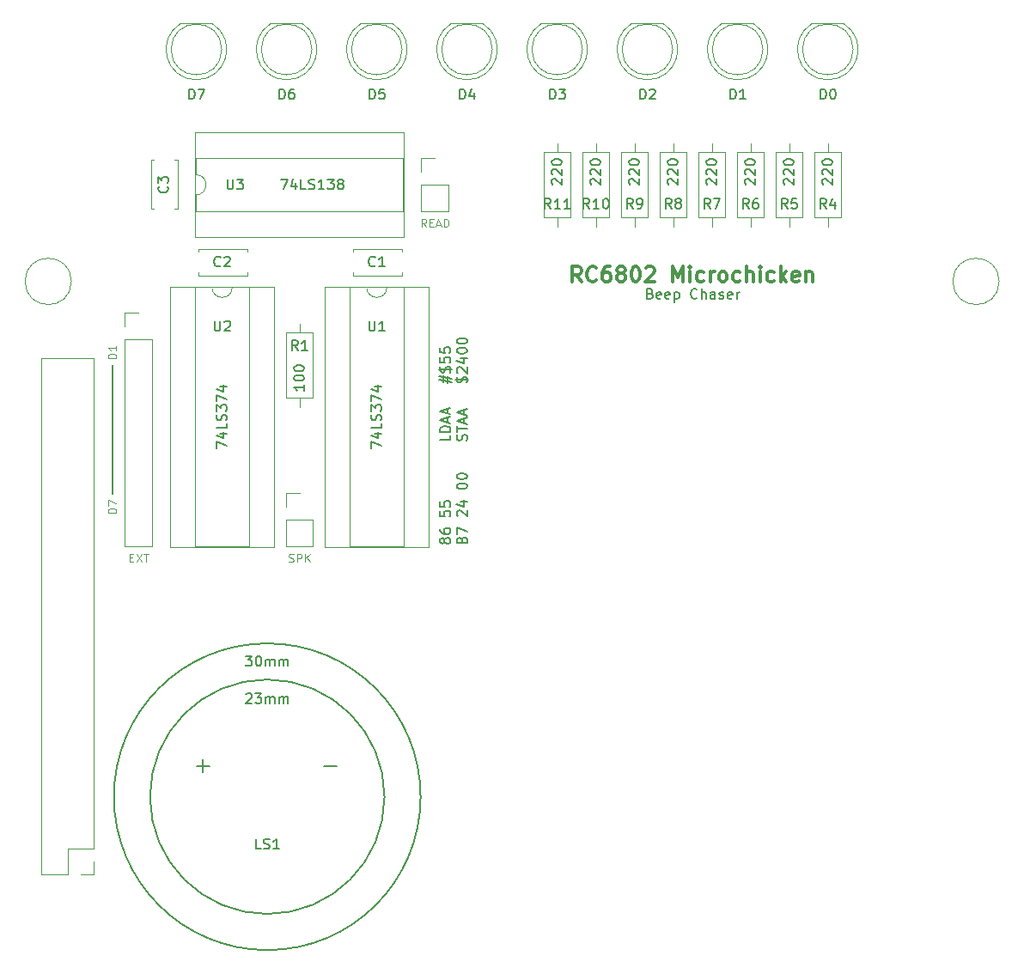
<source format=gto>
G04 #@! TF.FileFunction,Legend,Top*
%FSLAX46Y46*%
G04 Gerber Fmt 4.6, Leading zero omitted, Abs format (unit mm)*
G04 Created by KiCad (PCBNEW 4.0.7) date 12/03/19 23:34:14*
%MOMM*%
%LPD*%
G01*
G04 APERTURE LIST*
%ADD10C,0.100000*%
%ADD11C,0.200000*%
%ADD12C,0.150000*%
%ADD13C,0.300000*%
%ADD14C,0.120000*%
G04 APERTURE END LIST*
D10*
D11*
X110490000Y-95885000D02*
X110490000Y-83185000D01*
D10*
X110851905Y-97745476D02*
X110051905Y-97745476D01*
X110051905Y-97555000D01*
X110090000Y-97440714D01*
X110166190Y-97364523D01*
X110242381Y-97326428D01*
X110394762Y-97288333D01*
X110509048Y-97288333D01*
X110661429Y-97326428D01*
X110737619Y-97364523D01*
X110813810Y-97440714D01*
X110851905Y-97555000D01*
X110851905Y-97745476D01*
X110051905Y-97021666D02*
X110051905Y-96488333D01*
X110851905Y-96831190D01*
X110851905Y-82505476D02*
X110051905Y-82505476D01*
X110051905Y-82315000D01*
X110090000Y-82200714D01*
X110166190Y-82124523D01*
X110242381Y-82086428D01*
X110394762Y-82048333D01*
X110509048Y-82048333D01*
X110661429Y-82086428D01*
X110737619Y-82124523D01*
X110813810Y-82200714D01*
X110851905Y-82315000D01*
X110851905Y-82505476D01*
X110851905Y-81286428D02*
X110851905Y-81743571D01*
X110851905Y-81515000D02*
X110051905Y-81515000D01*
X110166190Y-81591190D01*
X110242381Y-81667381D01*
X110280476Y-81743571D01*
D12*
X163473333Y-76128571D02*
X163616190Y-76176190D01*
X163663809Y-76223810D01*
X163711428Y-76319048D01*
X163711428Y-76461905D01*
X163663809Y-76557143D01*
X163616190Y-76604762D01*
X163520952Y-76652381D01*
X163139999Y-76652381D01*
X163139999Y-75652381D01*
X163473333Y-75652381D01*
X163568571Y-75700000D01*
X163616190Y-75747619D01*
X163663809Y-75842857D01*
X163663809Y-75938095D01*
X163616190Y-76033333D01*
X163568571Y-76080952D01*
X163473333Y-76128571D01*
X163139999Y-76128571D01*
X164520952Y-76604762D02*
X164425714Y-76652381D01*
X164235237Y-76652381D01*
X164139999Y-76604762D01*
X164092380Y-76509524D01*
X164092380Y-76128571D01*
X164139999Y-76033333D01*
X164235237Y-75985714D01*
X164425714Y-75985714D01*
X164520952Y-76033333D01*
X164568571Y-76128571D01*
X164568571Y-76223810D01*
X164092380Y-76319048D01*
X165378095Y-76604762D02*
X165282857Y-76652381D01*
X165092380Y-76652381D01*
X164997142Y-76604762D01*
X164949523Y-76509524D01*
X164949523Y-76128571D01*
X164997142Y-76033333D01*
X165092380Y-75985714D01*
X165282857Y-75985714D01*
X165378095Y-76033333D01*
X165425714Y-76128571D01*
X165425714Y-76223810D01*
X164949523Y-76319048D01*
X165854285Y-75985714D02*
X165854285Y-76985714D01*
X165854285Y-76033333D02*
X165949523Y-75985714D01*
X166140000Y-75985714D01*
X166235238Y-76033333D01*
X166282857Y-76080952D01*
X166330476Y-76176190D01*
X166330476Y-76461905D01*
X166282857Y-76557143D01*
X166235238Y-76604762D01*
X166140000Y-76652381D01*
X165949523Y-76652381D01*
X165854285Y-76604762D01*
X168092381Y-76557143D02*
X168044762Y-76604762D01*
X167901905Y-76652381D01*
X167806667Y-76652381D01*
X167663809Y-76604762D01*
X167568571Y-76509524D01*
X167520952Y-76414286D01*
X167473333Y-76223810D01*
X167473333Y-76080952D01*
X167520952Y-75890476D01*
X167568571Y-75795238D01*
X167663809Y-75700000D01*
X167806667Y-75652381D01*
X167901905Y-75652381D01*
X168044762Y-75700000D01*
X168092381Y-75747619D01*
X168520952Y-76652381D02*
X168520952Y-75652381D01*
X168949524Y-76652381D02*
X168949524Y-76128571D01*
X168901905Y-76033333D01*
X168806667Y-75985714D01*
X168663809Y-75985714D01*
X168568571Y-76033333D01*
X168520952Y-76080952D01*
X169854286Y-76652381D02*
X169854286Y-76128571D01*
X169806667Y-76033333D01*
X169711429Y-75985714D01*
X169520952Y-75985714D01*
X169425714Y-76033333D01*
X169854286Y-76604762D02*
X169759048Y-76652381D01*
X169520952Y-76652381D01*
X169425714Y-76604762D01*
X169378095Y-76509524D01*
X169378095Y-76414286D01*
X169425714Y-76319048D01*
X169520952Y-76271429D01*
X169759048Y-76271429D01*
X169854286Y-76223810D01*
X170282857Y-76604762D02*
X170378095Y-76652381D01*
X170568571Y-76652381D01*
X170663810Y-76604762D01*
X170711429Y-76509524D01*
X170711429Y-76461905D01*
X170663810Y-76366667D01*
X170568571Y-76319048D01*
X170425714Y-76319048D01*
X170330476Y-76271429D01*
X170282857Y-76176190D01*
X170282857Y-76128571D01*
X170330476Y-76033333D01*
X170425714Y-75985714D01*
X170568571Y-75985714D01*
X170663810Y-76033333D01*
X171520953Y-76604762D02*
X171425715Y-76652381D01*
X171235238Y-76652381D01*
X171140000Y-76604762D01*
X171092381Y-76509524D01*
X171092381Y-76128571D01*
X171140000Y-76033333D01*
X171235238Y-75985714D01*
X171425715Y-75985714D01*
X171520953Y-76033333D01*
X171568572Y-76128571D01*
X171568572Y-76223810D01*
X171092381Y-76319048D01*
X171997143Y-76652381D02*
X171997143Y-75985714D01*
X171997143Y-76176190D02*
X172044762Y-76080952D01*
X172092381Y-76033333D01*
X172187619Y-75985714D01*
X172282858Y-75985714D01*
X143105714Y-84899524D02*
X143105714Y-84185238D01*
X142677143Y-84613810D02*
X143962857Y-84899524D01*
X143534286Y-84280476D02*
X143534286Y-84994762D01*
X143962857Y-84566190D02*
X142677143Y-84280476D01*
X143724762Y-83899524D02*
X143772381Y-83756667D01*
X143772381Y-83518571D01*
X143724762Y-83423333D01*
X143677143Y-83375714D01*
X143581905Y-83328095D01*
X143486667Y-83328095D01*
X143391429Y-83375714D01*
X143343810Y-83423333D01*
X143296190Y-83518571D01*
X143248571Y-83709048D01*
X143200952Y-83804286D01*
X143153333Y-83851905D01*
X143058095Y-83899524D01*
X142962857Y-83899524D01*
X142867619Y-83851905D01*
X142820000Y-83804286D01*
X142772381Y-83709048D01*
X142772381Y-83470952D01*
X142820000Y-83328095D01*
X142629524Y-83613810D02*
X143915238Y-83613810D01*
X142772381Y-82423333D02*
X142772381Y-82899524D01*
X143248571Y-82947143D01*
X143200952Y-82899524D01*
X143153333Y-82804286D01*
X143153333Y-82566190D01*
X143200952Y-82470952D01*
X143248571Y-82423333D01*
X143343810Y-82375714D01*
X143581905Y-82375714D01*
X143677143Y-82423333D01*
X143724762Y-82470952D01*
X143772381Y-82566190D01*
X143772381Y-82804286D01*
X143724762Y-82899524D01*
X143677143Y-82947143D01*
X142772381Y-81470952D02*
X142772381Y-81947143D01*
X143248571Y-81994762D01*
X143200952Y-81947143D01*
X143153333Y-81851905D01*
X143153333Y-81613809D01*
X143200952Y-81518571D01*
X143248571Y-81470952D01*
X143343810Y-81423333D01*
X143581905Y-81423333D01*
X143677143Y-81470952D01*
X143724762Y-81518571D01*
X143772381Y-81613809D01*
X143772381Y-81851905D01*
X143724762Y-81947143D01*
X143677143Y-81994762D01*
X145374762Y-84899524D02*
X145422381Y-84756667D01*
X145422381Y-84518571D01*
X145374762Y-84423333D01*
X145327143Y-84375714D01*
X145231905Y-84328095D01*
X145136667Y-84328095D01*
X145041429Y-84375714D01*
X144993810Y-84423333D01*
X144946190Y-84518571D01*
X144898571Y-84709048D01*
X144850952Y-84804286D01*
X144803333Y-84851905D01*
X144708095Y-84899524D01*
X144612857Y-84899524D01*
X144517619Y-84851905D01*
X144470000Y-84804286D01*
X144422381Y-84709048D01*
X144422381Y-84470952D01*
X144470000Y-84328095D01*
X144279524Y-84613810D02*
X145565238Y-84613810D01*
X144517619Y-83947143D02*
X144470000Y-83899524D01*
X144422381Y-83804286D01*
X144422381Y-83566190D01*
X144470000Y-83470952D01*
X144517619Y-83423333D01*
X144612857Y-83375714D01*
X144708095Y-83375714D01*
X144850952Y-83423333D01*
X145422381Y-83994762D01*
X145422381Y-83375714D01*
X144755714Y-82518571D02*
X145422381Y-82518571D01*
X144374762Y-82756667D02*
X145089048Y-82994762D01*
X145089048Y-82375714D01*
X144422381Y-81804286D02*
X144422381Y-81709047D01*
X144470000Y-81613809D01*
X144517619Y-81566190D01*
X144612857Y-81518571D01*
X144803333Y-81470952D01*
X145041429Y-81470952D01*
X145231905Y-81518571D01*
X145327143Y-81566190D01*
X145374762Y-81613809D01*
X145422381Y-81709047D01*
X145422381Y-81804286D01*
X145374762Y-81899524D01*
X145327143Y-81947143D01*
X145231905Y-81994762D01*
X145041429Y-82042381D01*
X144803333Y-82042381D01*
X144612857Y-81994762D01*
X144517619Y-81947143D01*
X144470000Y-81899524D01*
X144422381Y-81804286D01*
X144422381Y-80851905D02*
X144422381Y-80756666D01*
X144470000Y-80661428D01*
X144517619Y-80613809D01*
X144612857Y-80566190D01*
X144803333Y-80518571D01*
X145041429Y-80518571D01*
X145231905Y-80566190D01*
X145327143Y-80613809D01*
X145374762Y-80661428D01*
X145422381Y-80756666D01*
X145422381Y-80851905D01*
X145374762Y-80947143D01*
X145327143Y-80994762D01*
X145231905Y-81042381D01*
X145041429Y-81090000D01*
X144803333Y-81090000D01*
X144612857Y-81042381D01*
X144517619Y-80994762D01*
X144470000Y-80947143D01*
X144422381Y-80851905D01*
X143772381Y-90090714D02*
X143772381Y-90566905D01*
X142772381Y-90566905D01*
X143772381Y-89757381D02*
X142772381Y-89757381D01*
X142772381Y-89519286D01*
X142820000Y-89376428D01*
X142915238Y-89281190D01*
X143010476Y-89233571D01*
X143200952Y-89185952D01*
X143343810Y-89185952D01*
X143534286Y-89233571D01*
X143629524Y-89281190D01*
X143724762Y-89376428D01*
X143772381Y-89519286D01*
X143772381Y-89757381D01*
X143486667Y-88805000D02*
X143486667Y-88328809D01*
X143772381Y-88900238D02*
X142772381Y-88566905D01*
X143772381Y-88233571D01*
X143486667Y-87947857D02*
X143486667Y-87471666D01*
X143772381Y-88043095D02*
X142772381Y-87709762D01*
X143772381Y-87376428D01*
X145374762Y-90614524D02*
X145422381Y-90471667D01*
X145422381Y-90233571D01*
X145374762Y-90138333D01*
X145327143Y-90090714D01*
X145231905Y-90043095D01*
X145136667Y-90043095D01*
X145041429Y-90090714D01*
X144993810Y-90138333D01*
X144946190Y-90233571D01*
X144898571Y-90424048D01*
X144850952Y-90519286D01*
X144803333Y-90566905D01*
X144708095Y-90614524D01*
X144612857Y-90614524D01*
X144517619Y-90566905D01*
X144470000Y-90519286D01*
X144422381Y-90424048D01*
X144422381Y-90185952D01*
X144470000Y-90043095D01*
X144422381Y-89757381D02*
X144422381Y-89185952D01*
X145422381Y-89471667D02*
X144422381Y-89471667D01*
X145136667Y-88900238D02*
X145136667Y-88424047D01*
X145422381Y-88995476D02*
X144422381Y-88662143D01*
X145422381Y-88328809D01*
X145136667Y-88043095D02*
X145136667Y-87566904D01*
X145422381Y-88138333D02*
X144422381Y-87805000D01*
X145422381Y-87471666D01*
X143200952Y-100584048D02*
X143153333Y-100679286D01*
X143105714Y-100726905D01*
X143010476Y-100774524D01*
X142962857Y-100774524D01*
X142867619Y-100726905D01*
X142820000Y-100679286D01*
X142772381Y-100584048D01*
X142772381Y-100393571D01*
X142820000Y-100298333D01*
X142867619Y-100250714D01*
X142962857Y-100203095D01*
X143010476Y-100203095D01*
X143105714Y-100250714D01*
X143153333Y-100298333D01*
X143200952Y-100393571D01*
X143200952Y-100584048D01*
X143248571Y-100679286D01*
X143296190Y-100726905D01*
X143391429Y-100774524D01*
X143581905Y-100774524D01*
X143677143Y-100726905D01*
X143724762Y-100679286D01*
X143772381Y-100584048D01*
X143772381Y-100393571D01*
X143724762Y-100298333D01*
X143677143Y-100250714D01*
X143581905Y-100203095D01*
X143391429Y-100203095D01*
X143296190Y-100250714D01*
X143248571Y-100298333D01*
X143200952Y-100393571D01*
X142772381Y-99345952D02*
X142772381Y-99536429D01*
X142820000Y-99631667D01*
X142867619Y-99679286D01*
X143010476Y-99774524D01*
X143200952Y-99822143D01*
X143581905Y-99822143D01*
X143677143Y-99774524D01*
X143724762Y-99726905D01*
X143772381Y-99631667D01*
X143772381Y-99441190D01*
X143724762Y-99345952D01*
X143677143Y-99298333D01*
X143581905Y-99250714D01*
X143343810Y-99250714D01*
X143248571Y-99298333D01*
X143200952Y-99345952D01*
X143153333Y-99441190D01*
X143153333Y-99631667D01*
X143200952Y-99726905D01*
X143248571Y-99774524D01*
X143343810Y-99822143D01*
X142772381Y-97584047D02*
X142772381Y-98060238D01*
X143248571Y-98107857D01*
X143200952Y-98060238D01*
X143153333Y-97965000D01*
X143153333Y-97726904D01*
X143200952Y-97631666D01*
X143248571Y-97584047D01*
X143343810Y-97536428D01*
X143581905Y-97536428D01*
X143677143Y-97584047D01*
X143724762Y-97631666D01*
X143772381Y-97726904D01*
X143772381Y-97965000D01*
X143724762Y-98060238D01*
X143677143Y-98107857D01*
X142772381Y-96631666D02*
X142772381Y-97107857D01*
X143248571Y-97155476D01*
X143200952Y-97107857D01*
X143153333Y-97012619D01*
X143153333Y-96774523D01*
X143200952Y-96679285D01*
X143248571Y-96631666D01*
X143343810Y-96584047D01*
X143581905Y-96584047D01*
X143677143Y-96631666D01*
X143724762Y-96679285D01*
X143772381Y-96774523D01*
X143772381Y-97012619D01*
X143724762Y-97107857D01*
X143677143Y-97155476D01*
X144898571Y-100393571D02*
X144946190Y-100250714D01*
X144993810Y-100203095D01*
X145089048Y-100155476D01*
X145231905Y-100155476D01*
X145327143Y-100203095D01*
X145374762Y-100250714D01*
X145422381Y-100345952D01*
X145422381Y-100726905D01*
X144422381Y-100726905D01*
X144422381Y-100393571D01*
X144470000Y-100298333D01*
X144517619Y-100250714D01*
X144612857Y-100203095D01*
X144708095Y-100203095D01*
X144803333Y-100250714D01*
X144850952Y-100298333D01*
X144898571Y-100393571D01*
X144898571Y-100726905D01*
X144422381Y-99822143D02*
X144422381Y-99155476D01*
X145422381Y-99584048D01*
X144517619Y-98060238D02*
X144470000Y-98012619D01*
X144422381Y-97917381D01*
X144422381Y-97679285D01*
X144470000Y-97584047D01*
X144517619Y-97536428D01*
X144612857Y-97488809D01*
X144708095Y-97488809D01*
X144850952Y-97536428D01*
X145422381Y-98107857D01*
X145422381Y-97488809D01*
X144755714Y-96631666D02*
X145422381Y-96631666D01*
X144374762Y-96869762D02*
X145089048Y-97107857D01*
X145089048Y-96488809D01*
X144422381Y-95155476D02*
X144422381Y-95060237D01*
X144470000Y-94964999D01*
X144517619Y-94917380D01*
X144612857Y-94869761D01*
X144803333Y-94822142D01*
X145041429Y-94822142D01*
X145231905Y-94869761D01*
X145327143Y-94917380D01*
X145374762Y-94964999D01*
X145422381Y-95060237D01*
X145422381Y-95155476D01*
X145374762Y-95250714D01*
X145327143Y-95298333D01*
X145231905Y-95345952D01*
X145041429Y-95393571D01*
X144803333Y-95393571D01*
X144612857Y-95345952D01*
X144517619Y-95298333D01*
X144470000Y-95250714D01*
X144422381Y-95155476D01*
X144422381Y-94203095D02*
X144422381Y-94107856D01*
X144470000Y-94012618D01*
X144517619Y-93964999D01*
X144612857Y-93917380D01*
X144803333Y-93869761D01*
X145041429Y-93869761D01*
X145231905Y-93917380D01*
X145327143Y-93964999D01*
X145374762Y-94012618D01*
X145422381Y-94107856D01*
X145422381Y-94203095D01*
X145374762Y-94298333D01*
X145327143Y-94345952D01*
X145231905Y-94393571D01*
X145041429Y-94441190D01*
X144803333Y-94441190D01*
X144612857Y-94393571D01*
X144517619Y-94345952D01*
X144470000Y-94298333D01*
X144422381Y-94203095D01*
D13*
X156675716Y-74973571D02*
X156175716Y-74259286D01*
X155818573Y-74973571D02*
X155818573Y-73473571D01*
X156390001Y-73473571D01*
X156532859Y-73545000D01*
X156604287Y-73616429D01*
X156675716Y-73759286D01*
X156675716Y-73973571D01*
X156604287Y-74116429D01*
X156532859Y-74187857D01*
X156390001Y-74259286D01*
X155818573Y-74259286D01*
X158175716Y-74830714D02*
X158104287Y-74902143D01*
X157890001Y-74973571D01*
X157747144Y-74973571D01*
X157532859Y-74902143D01*
X157390001Y-74759286D01*
X157318573Y-74616429D01*
X157247144Y-74330714D01*
X157247144Y-74116429D01*
X157318573Y-73830714D01*
X157390001Y-73687857D01*
X157532859Y-73545000D01*
X157747144Y-73473571D01*
X157890001Y-73473571D01*
X158104287Y-73545000D01*
X158175716Y-73616429D01*
X159461430Y-73473571D02*
X159175716Y-73473571D01*
X159032859Y-73545000D01*
X158961430Y-73616429D01*
X158818573Y-73830714D01*
X158747144Y-74116429D01*
X158747144Y-74687857D01*
X158818573Y-74830714D01*
X158890001Y-74902143D01*
X159032859Y-74973571D01*
X159318573Y-74973571D01*
X159461430Y-74902143D01*
X159532859Y-74830714D01*
X159604287Y-74687857D01*
X159604287Y-74330714D01*
X159532859Y-74187857D01*
X159461430Y-74116429D01*
X159318573Y-74045000D01*
X159032859Y-74045000D01*
X158890001Y-74116429D01*
X158818573Y-74187857D01*
X158747144Y-74330714D01*
X160461430Y-74116429D02*
X160318572Y-74045000D01*
X160247144Y-73973571D01*
X160175715Y-73830714D01*
X160175715Y-73759286D01*
X160247144Y-73616429D01*
X160318572Y-73545000D01*
X160461430Y-73473571D01*
X160747144Y-73473571D01*
X160890001Y-73545000D01*
X160961430Y-73616429D01*
X161032858Y-73759286D01*
X161032858Y-73830714D01*
X160961430Y-73973571D01*
X160890001Y-74045000D01*
X160747144Y-74116429D01*
X160461430Y-74116429D01*
X160318572Y-74187857D01*
X160247144Y-74259286D01*
X160175715Y-74402143D01*
X160175715Y-74687857D01*
X160247144Y-74830714D01*
X160318572Y-74902143D01*
X160461430Y-74973571D01*
X160747144Y-74973571D01*
X160890001Y-74902143D01*
X160961430Y-74830714D01*
X161032858Y-74687857D01*
X161032858Y-74402143D01*
X160961430Y-74259286D01*
X160890001Y-74187857D01*
X160747144Y-74116429D01*
X161961429Y-73473571D02*
X162104286Y-73473571D01*
X162247143Y-73545000D01*
X162318572Y-73616429D01*
X162390001Y-73759286D01*
X162461429Y-74045000D01*
X162461429Y-74402143D01*
X162390001Y-74687857D01*
X162318572Y-74830714D01*
X162247143Y-74902143D01*
X162104286Y-74973571D01*
X161961429Y-74973571D01*
X161818572Y-74902143D01*
X161747143Y-74830714D01*
X161675715Y-74687857D01*
X161604286Y-74402143D01*
X161604286Y-74045000D01*
X161675715Y-73759286D01*
X161747143Y-73616429D01*
X161818572Y-73545000D01*
X161961429Y-73473571D01*
X163032857Y-73616429D02*
X163104286Y-73545000D01*
X163247143Y-73473571D01*
X163604286Y-73473571D01*
X163747143Y-73545000D01*
X163818572Y-73616429D01*
X163890000Y-73759286D01*
X163890000Y-73902143D01*
X163818572Y-74116429D01*
X162961429Y-74973571D01*
X163890000Y-74973571D01*
X165675714Y-74973571D02*
X165675714Y-73473571D01*
X166175714Y-74545000D01*
X166675714Y-73473571D01*
X166675714Y-74973571D01*
X167390000Y-74973571D02*
X167390000Y-73973571D01*
X167390000Y-73473571D02*
X167318571Y-73545000D01*
X167390000Y-73616429D01*
X167461428Y-73545000D01*
X167390000Y-73473571D01*
X167390000Y-73616429D01*
X168747143Y-74902143D02*
X168604286Y-74973571D01*
X168318572Y-74973571D01*
X168175714Y-74902143D01*
X168104286Y-74830714D01*
X168032857Y-74687857D01*
X168032857Y-74259286D01*
X168104286Y-74116429D01*
X168175714Y-74045000D01*
X168318572Y-73973571D01*
X168604286Y-73973571D01*
X168747143Y-74045000D01*
X169390000Y-74973571D02*
X169390000Y-73973571D01*
X169390000Y-74259286D02*
X169461428Y-74116429D01*
X169532857Y-74045000D01*
X169675714Y-73973571D01*
X169818571Y-73973571D01*
X170532857Y-74973571D02*
X170389999Y-74902143D01*
X170318571Y-74830714D01*
X170247142Y-74687857D01*
X170247142Y-74259286D01*
X170318571Y-74116429D01*
X170389999Y-74045000D01*
X170532857Y-73973571D01*
X170747142Y-73973571D01*
X170889999Y-74045000D01*
X170961428Y-74116429D01*
X171032857Y-74259286D01*
X171032857Y-74687857D01*
X170961428Y-74830714D01*
X170889999Y-74902143D01*
X170747142Y-74973571D01*
X170532857Y-74973571D01*
X172318571Y-74902143D02*
X172175714Y-74973571D01*
X171890000Y-74973571D01*
X171747142Y-74902143D01*
X171675714Y-74830714D01*
X171604285Y-74687857D01*
X171604285Y-74259286D01*
X171675714Y-74116429D01*
X171747142Y-74045000D01*
X171890000Y-73973571D01*
X172175714Y-73973571D01*
X172318571Y-74045000D01*
X172961428Y-74973571D02*
X172961428Y-73473571D01*
X173604285Y-74973571D02*
X173604285Y-74187857D01*
X173532856Y-74045000D01*
X173389999Y-73973571D01*
X173175714Y-73973571D01*
X173032856Y-74045000D01*
X172961428Y-74116429D01*
X174318571Y-74973571D02*
X174318571Y-73973571D01*
X174318571Y-73473571D02*
X174247142Y-73545000D01*
X174318571Y-73616429D01*
X174389999Y-73545000D01*
X174318571Y-73473571D01*
X174318571Y-73616429D01*
X175675714Y-74902143D02*
X175532857Y-74973571D01*
X175247143Y-74973571D01*
X175104285Y-74902143D01*
X175032857Y-74830714D01*
X174961428Y-74687857D01*
X174961428Y-74259286D01*
X175032857Y-74116429D01*
X175104285Y-74045000D01*
X175247143Y-73973571D01*
X175532857Y-73973571D01*
X175675714Y-74045000D01*
X176318571Y-74973571D02*
X176318571Y-73473571D01*
X176461428Y-74402143D02*
X176889999Y-74973571D01*
X176889999Y-73973571D02*
X176318571Y-74545000D01*
X178104285Y-74902143D02*
X177961428Y-74973571D01*
X177675714Y-74973571D01*
X177532857Y-74902143D01*
X177461428Y-74759286D01*
X177461428Y-74187857D01*
X177532857Y-74045000D01*
X177675714Y-73973571D01*
X177961428Y-73973571D01*
X178104285Y-74045000D01*
X178175714Y-74187857D01*
X178175714Y-74330714D01*
X177461428Y-74473571D01*
X178818571Y-73973571D02*
X178818571Y-74973571D01*
X178818571Y-74116429D02*
X178889999Y-74045000D01*
X179032857Y-73973571D01*
X179247142Y-73973571D01*
X179389999Y-74045000D01*
X179461428Y-74187857D01*
X179461428Y-74973571D01*
D14*
X122285000Y-75505000D02*
G75*
G02X120285000Y-75505000I-1000000J0D01*
G01*
X120285000Y-75505000D02*
X118635000Y-75505000D01*
X118635000Y-75505000D02*
X118635000Y-101025000D01*
X118635000Y-101025000D02*
X123935000Y-101025000D01*
X123935000Y-101025000D02*
X123935000Y-75505000D01*
X123935000Y-75505000D02*
X122285000Y-75505000D01*
X116145000Y-75445000D02*
X116145000Y-101085000D01*
X116145000Y-101085000D02*
X126425000Y-101085000D01*
X126425000Y-101085000D02*
X126425000Y-75445000D01*
X126425000Y-75445000D02*
X116145000Y-75445000D01*
X108645000Y-82490000D02*
X103445000Y-82490000D01*
X108645000Y-130810000D02*
X108645000Y-82490000D01*
X103445000Y-133410000D02*
X103445000Y-82490000D01*
X108645000Y-130810000D02*
X106045000Y-130810000D01*
X106045000Y-130810000D02*
X106045000Y-133410000D01*
X106045000Y-133410000D02*
X103445000Y-133410000D01*
X108645000Y-132080000D02*
X108645000Y-133410000D01*
X108645000Y-133410000D02*
X107315000Y-133410000D01*
X197866000Y-74930000D02*
G75*
G03X197866000Y-74930000I-2286000J0D01*
G01*
X106426000Y-74930000D02*
G75*
G03X106426000Y-74930000I-2286000J0D01*
G01*
X138975000Y-74335000D02*
X134155000Y-74335000D01*
X138975000Y-71715000D02*
X134155000Y-71715000D01*
X138975000Y-74335000D02*
X138975000Y-74021000D01*
X138975000Y-72029000D02*
X138975000Y-71715000D01*
X134155000Y-74335000D02*
X134155000Y-74021000D01*
X134155000Y-72029000D02*
X134155000Y-71715000D01*
X123735000Y-74335000D02*
X118915000Y-74335000D01*
X123735000Y-71715000D02*
X118915000Y-71715000D01*
X123735000Y-74335000D02*
X123735000Y-74021000D01*
X123735000Y-72029000D02*
X123735000Y-71715000D01*
X118915000Y-74335000D02*
X118915000Y-74021000D01*
X118915000Y-72029000D02*
X118915000Y-71715000D01*
X182285000Y-62195000D02*
X179665000Y-62195000D01*
X179665000Y-62195000D02*
X179665000Y-68615000D01*
X179665000Y-68615000D02*
X182285000Y-68615000D01*
X182285000Y-68615000D02*
X182285000Y-62195000D01*
X180975000Y-61305000D02*
X180975000Y-62195000D01*
X180975000Y-69505000D02*
X180975000Y-68615000D01*
X178475000Y-62195000D02*
X175855000Y-62195000D01*
X175855000Y-62195000D02*
X175855000Y-68615000D01*
X175855000Y-68615000D02*
X178475000Y-68615000D01*
X178475000Y-68615000D02*
X178475000Y-62195000D01*
X177165000Y-61305000D02*
X177165000Y-62195000D01*
X177165000Y-69505000D02*
X177165000Y-68615000D01*
X174665000Y-62195000D02*
X172045000Y-62195000D01*
X172045000Y-62195000D02*
X172045000Y-68615000D01*
X172045000Y-68615000D02*
X174665000Y-68615000D01*
X174665000Y-68615000D02*
X174665000Y-62195000D01*
X173355000Y-61305000D02*
X173355000Y-62195000D01*
X173355000Y-69505000D02*
X173355000Y-68615000D01*
X170855000Y-62195000D02*
X168235000Y-62195000D01*
X168235000Y-62195000D02*
X168235000Y-68615000D01*
X168235000Y-68615000D02*
X170855000Y-68615000D01*
X170855000Y-68615000D02*
X170855000Y-62195000D01*
X169545000Y-61305000D02*
X169545000Y-62195000D01*
X169545000Y-69505000D02*
X169545000Y-68615000D01*
X167045000Y-62195000D02*
X164425000Y-62195000D01*
X164425000Y-62195000D02*
X164425000Y-68615000D01*
X164425000Y-68615000D02*
X167045000Y-68615000D01*
X167045000Y-68615000D02*
X167045000Y-62195000D01*
X165735000Y-61305000D02*
X165735000Y-62195000D01*
X165735000Y-69505000D02*
X165735000Y-68615000D01*
X163235000Y-62195000D02*
X160615000Y-62195000D01*
X160615000Y-62195000D02*
X160615000Y-68615000D01*
X160615000Y-68615000D02*
X163235000Y-68615000D01*
X163235000Y-68615000D02*
X163235000Y-62195000D01*
X161925000Y-61305000D02*
X161925000Y-62195000D01*
X161925000Y-69505000D02*
X161925000Y-68615000D01*
X159425000Y-62195000D02*
X156805000Y-62195000D01*
X156805000Y-62195000D02*
X156805000Y-68615000D01*
X156805000Y-68615000D02*
X159425000Y-68615000D01*
X159425000Y-68615000D02*
X159425000Y-62195000D01*
X158115000Y-61305000D02*
X158115000Y-62195000D01*
X158115000Y-69505000D02*
X158115000Y-68615000D01*
X155615000Y-62195000D02*
X152995000Y-62195000D01*
X152995000Y-62195000D02*
X152995000Y-68615000D01*
X152995000Y-68615000D02*
X155615000Y-68615000D01*
X155615000Y-68615000D02*
X155615000Y-62195000D01*
X154305000Y-61305000D02*
X154305000Y-62195000D01*
X154305000Y-69505000D02*
X154305000Y-68615000D01*
X137525000Y-75505000D02*
G75*
G02X135525000Y-75505000I-1000000J0D01*
G01*
X135525000Y-75505000D02*
X133875000Y-75505000D01*
X133875000Y-75505000D02*
X133875000Y-101025000D01*
X133875000Y-101025000D02*
X139175000Y-101025000D01*
X139175000Y-101025000D02*
X139175000Y-75505000D01*
X139175000Y-75505000D02*
X137525000Y-75505000D01*
X131385000Y-75445000D02*
X131385000Y-101085000D01*
X131385000Y-101085000D02*
X141665000Y-101085000D01*
X141665000Y-101085000D02*
X141665000Y-75445000D01*
X141665000Y-75445000D02*
X131385000Y-75445000D01*
X180974538Y-55060000D02*
G75*
G03X182519830Y-49510000I462J2990000D01*
G01*
X180975462Y-55060000D02*
G75*
G02X179430170Y-49510000I-462J2990000D01*
G01*
X183475000Y-52070000D02*
G75*
G03X183475000Y-52070000I-2500000J0D01*
G01*
X182520000Y-49510000D02*
X179430000Y-49510000D01*
X163194538Y-55060000D02*
G75*
G03X164739830Y-49510000I462J2990000D01*
G01*
X163195462Y-55060000D02*
G75*
G02X161650170Y-49510000I-462J2990000D01*
G01*
X165695000Y-52070000D02*
G75*
G03X165695000Y-52070000I-2500000J0D01*
G01*
X164740000Y-49510000D02*
X161650000Y-49510000D01*
X154304538Y-55060000D02*
G75*
G03X155849830Y-49510000I462J2990000D01*
G01*
X154305462Y-55060000D02*
G75*
G02X152760170Y-49510000I-462J2990000D01*
G01*
X156805000Y-52070000D02*
G75*
G03X156805000Y-52070000I-2500000J0D01*
G01*
X155850000Y-49510000D02*
X152760000Y-49510000D01*
X145414538Y-55060000D02*
G75*
G03X146959830Y-49510000I462J2990000D01*
G01*
X145415462Y-55060000D02*
G75*
G02X143870170Y-49510000I-462J2990000D01*
G01*
X147915000Y-52070000D02*
G75*
G03X147915000Y-52070000I-2500000J0D01*
G01*
X146960000Y-49510000D02*
X143870000Y-49510000D01*
X136524538Y-55060000D02*
G75*
G03X138069830Y-49510000I462J2990000D01*
G01*
X136525462Y-55060000D02*
G75*
G02X134980170Y-49510000I-462J2990000D01*
G01*
X139025000Y-52070000D02*
G75*
G03X139025000Y-52070000I-2500000J0D01*
G01*
X138070000Y-49510000D02*
X134980000Y-49510000D01*
X127634538Y-55060000D02*
G75*
G03X129179830Y-49510000I462J2990000D01*
G01*
X127635462Y-55060000D02*
G75*
G02X126090170Y-49510000I-462J2990000D01*
G01*
X130135000Y-52070000D02*
G75*
G03X130135000Y-52070000I-2500000J0D01*
G01*
X129180000Y-49510000D02*
X126090000Y-49510000D01*
X118744538Y-55060000D02*
G75*
G03X120289830Y-49510000I462J2990000D01*
G01*
X118745462Y-55060000D02*
G75*
G02X117200170Y-49510000I-462J2990000D01*
G01*
X121245000Y-52070000D02*
G75*
G03X121245000Y-52070000I-2500000J0D01*
G01*
X120290000Y-49510000D02*
X117200000Y-49510000D01*
D12*
X131953000Y-122682000D02*
X132588000Y-122682000D01*
X131953000Y-122682000D02*
X131318000Y-122682000D01*
X119380000Y-122682000D02*
X120015000Y-122682000D01*
X119380000Y-122682000D02*
X118745000Y-122682000D01*
X119380000Y-123190000D02*
X119380000Y-123317000D01*
X119380000Y-122047000D02*
X119380000Y-123190000D01*
X137287000Y-125730000D02*
G75*
G03X137287000Y-125730000I-11557000J0D01*
G01*
X140843000Y-125730000D02*
G75*
G03X140843000Y-125730000I-15113000J0D01*
G01*
D14*
X172084538Y-55060000D02*
G75*
G03X173629830Y-49510000I462J2990000D01*
G01*
X172085462Y-55060000D02*
G75*
G02X170540170Y-49510000I-462J2990000D01*
G01*
X174585000Y-52070000D02*
G75*
G03X174585000Y-52070000I-2500000J0D01*
G01*
X173630000Y-49510000D02*
X170540000Y-49510000D01*
X127595000Y-86395000D02*
X130215000Y-86395000D01*
X130215000Y-86395000D02*
X130215000Y-79975000D01*
X130215000Y-79975000D02*
X127595000Y-79975000D01*
X127595000Y-79975000D02*
X127595000Y-86395000D01*
X128905000Y-87285000D02*
X128905000Y-86395000D01*
X128905000Y-79085000D02*
X128905000Y-79975000D01*
X116880000Y-62955000D02*
X116880000Y-67775000D01*
X114260000Y-62955000D02*
X114260000Y-67775000D01*
X116880000Y-62955000D02*
X116566000Y-62955000D01*
X114574000Y-62955000D02*
X114260000Y-62955000D01*
X116880000Y-67775000D02*
X116566000Y-67775000D01*
X114574000Y-67775000D02*
X114260000Y-67775000D01*
X127575000Y-101025000D02*
X130235000Y-101025000D01*
X127575000Y-98425000D02*
X127575000Y-101025000D01*
X130235000Y-98425000D02*
X130235000Y-101025000D01*
X127575000Y-98425000D02*
X130235000Y-98425000D01*
X127575000Y-97155000D02*
X127575000Y-95825000D01*
X127575000Y-95825000D02*
X128905000Y-95825000D01*
X118685000Y-64405000D02*
G75*
G02X118685000Y-66405000I0J-1000000D01*
G01*
X118685000Y-66405000D02*
X118685000Y-68055000D01*
X118685000Y-68055000D02*
X139125000Y-68055000D01*
X139125000Y-68055000D02*
X139125000Y-62755000D01*
X139125000Y-62755000D02*
X118685000Y-62755000D01*
X118685000Y-62755000D02*
X118685000Y-64405000D01*
X118625000Y-70545000D02*
X139185000Y-70545000D01*
X139185000Y-70545000D02*
X139185000Y-60265000D01*
X139185000Y-60265000D02*
X118625000Y-60265000D01*
X118625000Y-60265000D02*
X118625000Y-70545000D01*
X111700000Y-101025000D02*
X114360000Y-101025000D01*
X111700000Y-80645000D02*
X111700000Y-101025000D01*
X114360000Y-80645000D02*
X114360000Y-101025000D01*
X111700000Y-80645000D02*
X114360000Y-80645000D01*
X111700000Y-79375000D02*
X111700000Y-78045000D01*
X111700000Y-78045000D02*
X113030000Y-78045000D01*
X140910000Y-68005000D02*
X143570000Y-68005000D01*
X140910000Y-65405000D02*
X140910000Y-68005000D01*
X143570000Y-65405000D02*
X143570000Y-68005000D01*
X140910000Y-65405000D02*
X143570000Y-65405000D01*
X140910000Y-64135000D02*
X140910000Y-62805000D01*
X140910000Y-62805000D02*
X142240000Y-62805000D01*
D12*
X120523095Y-78827381D02*
X120523095Y-79636905D01*
X120570714Y-79732143D01*
X120618333Y-79779762D01*
X120713571Y-79827381D01*
X120904048Y-79827381D01*
X120999286Y-79779762D01*
X121046905Y-79732143D01*
X121094524Y-79636905D01*
X121094524Y-78827381D01*
X121523095Y-78922619D02*
X121570714Y-78875000D01*
X121665952Y-78827381D01*
X121904048Y-78827381D01*
X121999286Y-78875000D01*
X122046905Y-78922619D01*
X122094524Y-79017857D01*
X122094524Y-79113095D01*
X122046905Y-79255952D01*
X121475476Y-79827381D01*
X122094524Y-79827381D01*
X120737381Y-91384048D02*
X120737381Y-90717381D01*
X121737381Y-91145953D01*
X121070714Y-89907857D02*
X121737381Y-89907857D01*
X120689762Y-90145953D02*
X121404048Y-90384048D01*
X121404048Y-89765000D01*
X121737381Y-88907857D02*
X121737381Y-89384048D01*
X120737381Y-89384048D01*
X121689762Y-88622143D02*
X121737381Y-88479286D01*
X121737381Y-88241190D01*
X121689762Y-88145952D01*
X121642143Y-88098333D01*
X121546905Y-88050714D01*
X121451667Y-88050714D01*
X121356429Y-88098333D01*
X121308810Y-88145952D01*
X121261190Y-88241190D01*
X121213571Y-88431667D01*
X121165952Y-88526905D01*
X121118333Y-88574524D01*
X121023095Y-88622143D01*
X120927857Y-88622143D01*
X120832619Y-88574524D01*
X120785000Y-88526905D01*
X120737381Y-88431667D01*
X120737381Y-88193571D01*
X120785000Y-88050714D01*
X120737381Y-87717381D02*
X120737381Y-87098333D01*
X121118333Y-87431667D01*
X121118333Y-87288809D01*
X121165952Y-87193571D01*
X121213571Y-87145952D01*
X121308810Y-87098333D01*
X121546905Y-87098333D01*
X121642143Y-87145952D01*
X121689762Y-87193571D01*
X121737381Y-87288809D01*
X121737381Y-87574524D01*
X121689762Y-87669762D01*
X121642143Y-87717381D01*
X120737381Y-86765000D02*
X120737381Y-86098333D01*
X121737381Y-86526905D01*
X121070714Y-85288809D02*
X121737381Y-85288809D01*
X120689762Y-85526905D02*
X121404048Y-85765000D01*
X121404048Y-85145952D01*
X136358334Y-73382143D02*
X136310715Y-73429762D01*
X136167858Y-73477381D01*
X136072620Y-73477381D01*
X135929762Y-73429762D01*
X135834524Y-73334524D01*
X135786905Y-73239286D01*
X135739286Y-73048810D01*
X135739286Y-72905952D01*
X135786905Y-72715476D01*
X135834524Y-72620238D01*
X135929762Y-72525000D01*
X136072620Y-72477381D01*
X136167858Y-72477381D01*
X136310715Y-72525000D01*
X136358334Y-72572619D01*
X137310715Y-73477381D02*
X136739286Y-73477381D01*
X137025000Y-73477381D02*
X137025000Y-72477381D01*
X136929762Y-72620238D01*
X136834524Y-72715476D01*
X136739286Y-72763095D01*
X121118334Y-73382143D02*
X121070715Y-73429762D01*
X120927858Y-73477381D01*
X120832620Y-73477381D01*
X120689762Y-73429762D01*
X120594524Y-73334524D01*
X120546905Y-73239286D01*
X120499286Y-73048810D01*
X120499286Y-72905952D01*
X120546905Y-72715476D01*
X120594524Y-72620238D01*
X120689762Y-72525000D01*
X120832620Y-72477381D01*
X120927858Y-72477381D01*
X121070715Y-72525000D01*
X121118334Y-72572619D01*
X121499286Y-72572619D02*
X121546905Y-72525000D01*
X121642143Y-72477381D01*
X121880239Y-72477381D01*
X121975477Y-72525000D01*
X122023096Y-72572619D01*
X122070715Y-72667857D01*
X122070715Y-72763095D01*
X122023096Y-72905952D01*
X121451667Y-73477381D01*
X122070715Y-73477381D01*
X180808334Y-67762381D02*
X180475000Y-67286190D01*
X180236905Y-67762381D02*
X180236905Y-66762381D01*
X180617858Y-66762381D01*
X180713096Y-66810000D01*
X180760715Y-66857619D01*
X180808334Y-66952857D01*
X180808334Y-67095714D01*
X180760715Y-67190952D01*
X180713096Y-67238571D01*
X180617858Y-67286190D01*
X180236905Y-67286190D01*
X181665477Y-67095714D02*
X181665477Y-67762381D01*
X181427381Y-66714762D02*
X181189286Y-67429048D01*
X181808334Y-67429048D01*
X180522619Y-65373095D02*
X180475000Y-65325476D01*
X180427381Y-65230238D01*
X180427381Y-64992142D01*
X180475000Y-64896904D01*
X180522619Y-64849285D01*
X180617857Y-64801666D01*
X180713095Y-64801666D01*
X180855952Y-64849285D01*
X181427381Y-65420714D01*
X181427381Y-64801666D01*
X180522619Y-64420714D02*
X180475000Y-64373095D01*
X180427381Y-64277857D01*
X180427381Y-64039761D01*
X180475000Y-63944523D01*
X180522619Y-63896904D01*
X180617857Y-63849285D01*
X180713095Y-63849285D01*
X180855952Y-63896904D01*
X181427381Y-64468333D01*
X181427381Y-63849285D01*
X180427381Y-63230238D02*
X180427381Y-63134999D01*
X180475000Y-63039761D01*
X180522619Y-62992142D01*
X180617857Y-62944523D01*
X180808333Y-62896904D01*
X181046429Y-62896904D01*
X181236905Y-62944523D01*
X181332143Y-62992142D01*
X181379762Y-63039761D01*
X181427381Y-63134999D01*
X181427381Y-63230238D01*
X181379762Y-63325476D01*
X181332143Y-63373095D01*
X181236905Y-63420714D01*
X181046429Y-63468333D01*
X180808333Y-63468333D01*
X180617857Y-63420714D01*
X180522619Y-63373095D01*
X180475000Y-63325476D01*
X180427381Y-63230238D01*
X176998334Y-67762381D02*
X176665000Y-67286190D01*
X176426905Y-67762381D02*
X176426905Y-66762381D01*
X176807858Y-66762381D01*
X176903096Y-66810000D01*
X176950715Y-66857619D01*
X176998334Y-66952857D01*
X176998334Y-67095714D01*
X176950715Y-67190952D01*
X176903096Y-67238571D01*
X176807858Y-67286190D01*
X176426905Y-67286190D01*
X177903096Y-66762381D02*
X177426905Y-66762381D01*
X177379286Y-67238571D01*
X177426905Y-67190952D01*
X177522143Y-67143333D01*
X177760239Y-67143333D01*
X177855477Y-67190952D01*
X177903096Y-67238571D01*
X177950715Y-67333810D01*
X177950715Y-67571905D01*
X177903096Y-67667143D01*
X177855477Y-67714762D01*
X177760239Y-67762381D01*
X177522143Y-67762381D01*
X177426905Y-67714762D01*
X177379286Y-67667143D01*
X176712619Y-65373095D02*
X176665000Y-65325476D01*
X176617381Y-65230238D01*
X176617381Y-64992142D01*
X176665000Y-64896904D01*
X176712619Y-64849285D01*
X176807857Y-64801666D01*
X176903095Y-64801666D01*
X177045952Y-64849285D01*
X177617381Y-65420714D01*
X177617381Y-64801666D01*
X176712619Y-64420714D02*
X176665000Y-64373095D01*
X176617381Y-64277857D01*
X176617381Y-64039761D01*
X176665000Y-63944523D01*
X176712619Y-63896904D01*
X176807857Y-63849285D01*
X176903095Y-63849285D01*
X177045952Y-63896904D01*
X177617381Y-64468333D01*
X177617381Y-63849285D01*
X176617381Y-63230238D02*
X176617381Y-63134999D01*
X176665000Y-63039761D01*
X176712619Y-62992142D01*
X176807857Y-62944523D01*
X176998333Y-62896904D01*
X177236429Y-62896904D01*
X177426905Y-62944523D01*
X177522143Y-62992142D01*
X177569762Y-63039761D01*
X177617381Y-63134999D01*
X177617381Y-63230238D01*
X177569762Y-63325476D01*
X177522143Y-63373095D01*
X177426905Y-63420714D01*
X177236429Y-63468333D01*
X176998333Y-63468333D01*
X176807857Y-63420714D01*
X176712619Y-63373095D01*
X176665000Y-63325476D01*
X176617381Y-63230238D01*
X173188334Y-67762381D02*
X172855000Y-67286190D01*
X172616905Y-67762381D02*
X172616905Y-66762381D01*
X172997858Y-66762381D01*
X173093096Y-66810000D01*
X173140715Y-66857619D01*
X173188334Y-66952857D01*
X173188334Y-67095714D01*
X173140715Y-67190952D01*
X173093096Y-67238571D01*
X172997858Y-67286190D01*
X172616905Y-67286190D01*
X174045477Y-66762381D02*
X173855000Y-66762381D01*
X173759762Y-66810000D01*
X173712143Y-66857619D01*
X173616905Y-67000476D01*
X173569286Y-67190952D01*
X173569286Y-67571905D01*
X173616905Y-67667143D01*
X173664524Y-67714762D01*
X173759762Y-67762381D01*
X173950239Y-67762381D01*
X174045477Y-67714762D01*
X174093096Y-67667143D01*
X174140715Y-67571905D01*
X174140715Y-67333810D01*
X174093096Y-67238571D01*
X174045477Y-67190952D01*
X173950239Y-67143333D01*
X173759762Y-67143333D01*
X173664524Y-67190952D01*
X173616905Y-67238571D01*
X173569286Y-67333810D01*
X172902619Y-65373095D02*
X172855000Y-65325476D01*
X172807381Y-65230238D01*
X172807381Y-64992142D01*
X172855000Y-64896904D01*
X172902619Y-64849285D01*
X172997857Y-64801666D01*
X173093095Y-64801666D01*
X173235952Y-64849285D01*
X173807381Y-65420714D01*
X173807381Y-64801666D01*
X172902619Y-64420714D02*
X172855000Y-64373095D01*
X172807381Y-64277857D01*
X172807381Y-64039761D01*
X172855000Y-63944523D01*
X172902619Y-63896904D01*
X172997857Y-63849285D01*
X173093095Y-63849285D01*
X173235952Y-63896904D01*
X173807381Y-64468333D01*
X173807381Y-63849285D01*
X172807381Y-63230238D02*
X172807381Y-63134999D01*
X172855000Y-63039761D01*
X172902619Y-62992142D01*
X172997857Y-62944523D01*
X173188333Y-62896904D01*
X173426429Y-62896904D01*
X173616905Y-62944523D01*
X173712143Y-62992142D01*
X173759762Y-63039761D01*
X173807381Y-63134999D01*
X173807381Y-63230238D01*
X173759762Y-63325476D01*
X173712143Y-63373095D01*
X173616905Y-63420714D01*
X173426429Y-63468333D01*
X173188333Y-63468333D01*
X172997857Y-63420714D01*
X172902619Y-63373095D01*
X172855000Y-63325476D01*
X172807381Y-63230238D01*
X169378334Y-67762381D02*
X169045000Y-67286190D01*
X168806905Y-67762381D02*
X168806905Y-66762381D01*
X169187858Y-66762381D01*
X169283096Y-66810000D01*
X169330715Y-66857619D01*
X169378334Y-66952857D01*
X169378334Y-67095714D01*
X169330715Y-67190952D01*
X169283096Y-67238571D01*
X169187858Y-67286190D01*
X168806905Y-67286190D01*
X169711667Y-66762381D02*
X170378334Y-66762381D01*
X169949762Y-67762381D01*
X169092619Y-65373095D02*
X169045000Y-65325476D01*
X168997381Y-65230238D01*
X168997381Y-64992142D01*
X169045000Y-64896904D01*
X169092619Y-64849285D01*
X169187857Y-64801666D01*
X169283095Y-64801666D01*
X169425952Y-64849285D01*
X169997381Y-65420714D01*
X169997381Y-64801666D01*
X169092619Y-64420714D02*
X169045000Y-64373095D01*
X168997381Y-64277857D01*
X168997381Y-64039761D01*
X169045000Y-63944523D01*
X169092619Y-63896904D01*
X169187857Y-63849285D01*
X169283095Y-63849285D01*
X169425952Y-63896904D01*
X169997381Y-64468333D01*
X169997381Y-63849285D01*
X168997381Y-63230238D02*
X168997381Y-63134999D01*
X169045000Y-63039761D01*
X169092619Y-62992142D01*
X169187857Y-62944523D01*
X169378333Y-62896904D01*
X169616429Y-62896904D01*
X169806905Y-62944523D01*
X169902143Y-62992142D01*
X169949762Y-63039761D01*
X169997381Y-63134999D01*
X169997381Y-63230238D01*
X169949762Y-63325476D01*
X169902143Y-63373095D01*
X169806905Y-63420714D01*
X169616429Y-63468333D01*
X169378333Y-63468333D01*
X169187857Y-63420714D01*
X169092619Y-63373095D01*
X169045000Y-63325476D01*
X168997381Y-63230238D01*
X165568334Y-67762381D02*
X165235000Y-67286190D01*
X164996905Y-67762381D02*
X164996905Y-66762381D01*
X165377858Y-66762381D01*
X165473096Y-66810000D01*
X165520715Y-66857619D01*
X165568334Y-66952857D01*
X165568334Y-67095714D01*
X165520715Y-67190952D01*
X165473096Y-67238571D01*
X165377858Y-67286190D01*
X164996905Y-67286190D01*
X166139762Y-67190952D02*
X166044524Y-67143333D01*
X165996905Y-67095714D01*
X165949286Y-67000476D01*
X165949286Y-66952857D01*
X165996905Y-66857619D01*
X166044524Y-66810000D01*
X166139762Y-66762381D01*
X166330239Y-66762381D01*
X166425477Y-66810000D01*
X166473096Y-66857619D01*
X166520715Y-66952857D01*
X166520715Y-67000476D01*
X166473096Y-67095714D01*
X166425477Y-67143333D01*
X166330239Y-67190952D01*
X166139762Y-67190952D01*
X166044524Y-67238571D01*
X165996905Y-67286190D01*
X165949286Y-67381429D01*
X165949286Y-67571905D01*
X165996905Y-67667143D01*
X166044524Y-67714762D01*
X166139762Y-67762381D01*
X166330239Y-67762381D01*
X166425477Y-67714762D01*
X166473096Y-67667143D01*
X166520715Y-67571905D01*
X166520715Y-67381429D01*
X166473096Y-67286190D01*
X166425477Y-67238571D01*
X166330239Y-67190952D01*
X165282619Y-65373095D02*
X165235000Y-65325476D01*
X165187381Y-65230238D01*
X165187381Y-64992142D01*
X165235000Y-64896904D01*
X165282619Y-64849285D01*
X165377857Y-64801666D01*
X165473095Y-64801666D01*
X165615952Y-64849285D01*
X166187381Y-65420714D01*
X166187381Y-64801666D01*
X165282619Y-64420714D02*
X165235000Y-64373095D01*
X165187381Y-64277857D01*
X165187381Y-64039761D01*
X165235000Y-63944523D01*
X165282619Y-63896904D01*
X165377857Y-63849285D01*
X165473095Y-63849285D01*
X165615952Y-63896904D01*
X166187381Y-64468333D01*
X166187381Y-63849285D01*
X165187381Y-63230238D02*
X165187381Y-63134999D01*
X165235000Y-63039761D01*
X165282619Y-62992142D01*
X165377857Y-62944523D01*
X165568333Y-62896904D01*
X165806429Y-62896904D01*
X165996905Y-62944523D01*
X166092143Y-62992142D01*
X166139762Y-63039761D01*
X166187381Y-63134999D01*
X166187381Y-63230238D01*
X166139762Y-63325476D01*
X166092143Y-63373095D01*
X165996905Y-63420714D01*
X165806429Y-63468333D01*
X165568333Y-63468333D01*
X165377857Y-63420714D01*
X165282619Y-63373095D01*
X165235000Y-63325476D01*
X165187381Y-63230238D01*
X161758334Y-67762381D02*
X161425000Y-67286190D01*
X161186905Y-67762381D02*
X161186905Y-66762381D01*
X161567858Y-66762381D01*
X161663096Y-66810000D01*
X161710715Y-66857619D01*
X161758334Y-66952857D01*
X161758334Y-67095714D01*
X161710715Y-67190952D01*
X161663096Y-67238571D01*
X161567858Y-67286190D01*
X161186905Y-67286190D01*
X162234524Y-67762381D02*
X162425000Y-67762381D01*
X162520239Y-67714762D01*
X162567858Y-67667143D01*
X162663096Y-67524286D01*
X162710715Y-67333810D01*
X162710715Y-66952857D01*
X162663096Y-66857619D01*
X162615477Y-66810000D01*
X162520239Y-66762381D01*
X162329762Y-66762381D01*
X162234524Y-66810000D01*
X162186905Y-66857619D01*
X162139286Y-66952857D01*
X162139286Y-67190952D01*
X162186905Y-67286190D01*
X162234524Y-67333810D01*
X162329762Y-67381429D01*
X162520239Y-67381429D01*
X162615477Y-67333810D01*
X162663096Y-67286190D01*
X162710715Y-67190952D01*
X161472619Y-65373095D02*
X161425000Y-65325476D01*
X161377381Y-65230238D01*
X161377381Y-64992142D01*
X161425000Y-64896904D01*
X161472619Y-64849285D01*
X161567857Y-64801666D01*
X161663095Y-64801666D01*
X161805952Y-64849285D01*
X162377381Y-65420714D01*
X162377381Y-64801666D01*
X161472619Y-64420714D02*
X161425000Y-64373095D01*
X161377381Y-64277857D01*
X161377381Y-64039761D01*
X161425000Y-63944523D01*
X161472619Y-63896904D01*
X161567857Y-63849285D01*
X161663095Y-63849285D01*
X161805952Y-63896904D01*
X162377381Y-64468333D01*
X162377381Y-63849285D01*
X161377381Y-63230238D02*
X161377381Y-63134999D01*
X161425000Y-63039761D01*
X161472619Y-62992142D01*
X161567857Y-62944523D01*
X161758333Y-62896904D01*
X161996429Y-62896904D01*
X162186905Y-62944523D01*
X162282143Y-62992142D01*
X162329762Y-63039761D01*
X162377381Y-63134999D01*
X162377381Y-63230238D01*
X162329762Y-63325476D01*
X162282143Y-63373095D01*
X162186905Y-63420714D01*
X161996429Y-63468333D01*
X161758333Y-63468333D01*
X161567857Y-63420714D01*
X161472619Y-63373095D01*
X161425000Y-63325476D01*
X161377381Y-63230238D01*
X157472143Y-67762381D02*
X157138809Y-67286190D01*
X156900714Y-67762381D02*
X156900714Y-66762381D01*
X157281667Y-66762381D01*
X157376905Y-66810000D01*
X157424524Y-66857619D01*
X157472143Y-66952857D01*
X157472143Y-67095714D01*
X157424524Y-67190952D01*
X157376905Y-67238571D01*
X157281667Y-67286190D01*
X156900714Y-67286190D01*
X158424524Y-67762381D02*
X157853095Y-67762381D01*
X158138809Y-67762381D02*
X158138809Y-66762381D01*
X158043571Y-66905238D01*
X157948333Y-67000476D01*
X157853095Y-67048095D01*
X159043571Y-66762381D02*
X159138810Y-66762381D01*
X159234048Y-66810000D01*
X159281667Y-66857619D01*
X159329286Y-66952857D01*
X159376905Y-67143333D01*
X159376905Y-67381429D01*
X159329286Y-67571905D01*
X159281667Y-67667143D01*
X159234048Y-67714762D01*
X159138810Y-67762381D01*
X159043571Y-67762381D01*
X158948333Y-67714762D01*
X158900714Y-67667143D01*
X158853095Y-67571905D01*
X158805476Y-67381429D01*
X158805476Y-67143333D01*
X158853095Y-66952857D01*
X158900714Y-66857619D01*
X158948333Y-66810000D01*
X159043571Y-66762381D01*
X157662619Y-65373095D02*
X157615000Y-65325476D01*
X157567381Y-65230238D01*
X157567381Y-64992142D01*
X157615000Y-64896904D01*
X157662619Y-64849285D01*
X157757857Y-64801666D01*
X157853095Y-64801666D01*
X157995952Y-64849285D01*
X158567381Y-65420714D01*
X158567381Y-64801666D01*
X157662619Y-64420714D02*
X157615000Y-64373095D01*
X157567381Y-64277857D01*
X157567381Y-64039761D01*
X157615000Y-63944523D01*
X157662619Y-63896904D01*
X157757857Y-63849285D01*
X157853095Y-63849285D01*
X157995952Y-63896904D01*
X158567381Y-64468333D01*
X158567381Y-63849285D01*
X157567381Y-63230238D02*
X157567381Y-63134999D01*
X157615000Y-63039761D01*
X157662619Y-62992142D01*
X157757857Y-62944523D01*
X157948333Y-62896904D01*
X158186429Y-62896904D01*
X158376905Y-62944523D01*
X158472143Y-62992142D01*
X158519762Y-63039761D01*
X158567381Y-63134999D01*
X158567381Y-63230238D01*
X158519762Y-63325476D01*
X158472143Y-63373095D01*
X158376905Y-63420714D01*
X158186429Y-63468333D01*
X157948333Y-63468333D01*
X157757857Y-63420714D01*
X157662619Y-63373095D01*
X157615000Y-63325476D01*
X157567381Y-63230238D01*
X153662143Y-67762381D02*
X153328809Y-67286190D01*
X153090714Y-67762381D02*
X153090714Y-66762381D01*
X153471667Y-66762381D01*
X153566905Y-66810000D01*
X153614524Y-66857619D01*
X153662143Y-66952857D01*
X153662143Y-67095714D01*
X153614524Y-67190952D01*
X153566905Y-67238571D01*
X153471667Y-67286190D01*
X153090714Y-67286190D01*
X154614524Y-67762381D02*
X154043095Y-67762381D01*
X154328809Y-67762381D02*
X154328809Y-66762381D01*
X154233571Y-66905238D01*
X154138333Y-67000476D01*
X154043095Y-67048095D01*
X155566905Y-67762381D02*
X154995476Y-67762381D01*
X155281190Y-67762381D02*
X155281190Y-66762381D01*
X155185952Y-66905238D01*
X155090714Y-67000476D01*
X154995476Y-67048095D01*
X153852619Y-65373095D02*
X153805000Y-65325476D01*
X153757381Y-65230238D01*
X153757381Y-64992142D01*
X153805000Y-64896904D01*
X153852619Y-64849285D01*
X153947857Y-64801666D01*
X154043095Y-64801666D01*
X154185952Y-64849285D01*
X154757381Y-65420714D01*
X154757381Y-64801666D01*
X153852619Y-64420714D02*
X153805000Y-64373095D01*
X153757381Y-64277857D01*
X153757381Y-64039761D01*
X153805000Y-63944523D01*
X153852619Y-63896904D01*
X153947857Y-63849285D01*
X154043095Y-63849285D01*
X154185952Y-63896904D01*
X154757381Y-64468333D01*
X154757381Y-63849285D01*
X153757381Y-63230238D02*
X153757381Y-63134999D01*
X153805000Y-63039761D01*
X153852619Y-62992142D01*
X153947857Y-62944523D01*
X154138333Y-62896904D01*
X154376429Y-62896904D01*
X154566905Y-62944523D01*
X154662143Y-62992142D01*
X154709762Y-63039761D01*
X154757381Y-63134999D01*
X154757381Y-63230238D01*
X154709762Y-63325476D01*
X154662143Y-63373095D01*
X154566905Y-63420714D01*
X154376429Y-63468333D01*
X154138333Y-63468333D01*
X153947857Y-63420714D01*
X153852619Y-63373095D01*
X153805000Y-63325476D01*
X153757381Y-63230238D01*
X135763095Y-78827381D02*
X135763095Y-79636905D01*
X135810714Y-79732143D01*
X135858333Y-79779762D01*
X135953571Y-79827381D01*
X136144048Y-79827381D01*
X136239286Y-79779762D01*
X136286905Y-79732143D01*
X136334524Y-79636905D01*
X136334524Y-78827381D01*
X137334524Y-79827381D02*
X136763095Y-79827381D01*
X137048809Y-79827381D02*
X137048809Y-78827381D01*
X136953571Y-78970238D01*
X136858333Y-79065476D01*
X136763095Y-79113095D01*
X135977381Y-91384048D02*
X135977381Y-90717381D01*
X136977381Y-91145953D01*
X136310714Y-89907857D02*
X136977381Y-89907857D01*
X135929762Y-90145953D02*
X136644048Y-90384048D01*
X136644048Y-89765000D01*
X136977381Y-88907857D02*
X136977381Y-89384048D01*
X135977381Y-89384048D01*
X136929762Y-88622143D02*
X136977381Y-88479286D01*
X136977381Y-88241190D01*
X136929762Y-88145952D01*
X136882143Y-88098333D01*
X136786905Y-88050714D01*
X136691667Y-88050714D01*
X136596429Y-88098333D01*
X136548810Y-88145952D01*
X136501190Y-88241190D01*
X136453571Y-88431667D01*
X136405952Y-88526905D01*
X136358333Y-88574524D01*
X136263095Y-88622143D01*
X136167857Y-88622143D01*
X136072619Y-88574524D01*
X136025000Y-88526905D01*
X135977381Y-88431667D01*
X135977381Y-88193571D01*
X136025000Y-88050714D01*
X135977381Y-87717381D02*
X135977381Y-87098333D01*
X136358333Y-87431667D01*
X136358333Y-87288809D01*
X136405952Y-87193571D01*
X136453571Y-87145952D01*
X136548810Y-87098333D01*
X136786905Y-87098333D01*
X136882143Y-87145952D01*
X136929762Y-87193571D01*
X136977381Y-87288809D01*
X136977381Y-87574524D01*
X136929762Y-87669762D01*
X136882143Y-87717381D01*
X135977381Y-86765000D02*
X135977381Y-86098333D01*
X136977381Y-86526905D01*
X136310714Y-85288809D02*
X136977381Y-85288809D01*
X135929762Y-85526905D02*
X136644048Y-85765000D01*
X136644048Y-85145952D01*
X180236905Y-56967381D02*
X180236905Y-55967381D01*
X180475000Y-55967381D01*
X180617858Y-56015000D01*
X180713096Y-56110238D01*
X180760715Y-56205476D01*
X180808334Y-56395952D01*
X180808334Y-56538810D01*
X180760715Y-56729286D01*
X180713096Y-56824524D01*
X180617858Y-56919762D01*
X180475000Y-56967381D01*
X180236905Y-56967381D01*
X181427381Y-55967381D02*
X181522620Y-55967381D01*
X181617858Y-56015000D01*
X181665477Y-56062619D01*
X181713096Y-56157857D01*
X181760715Y-56348333D01*
X181760715Y-56586429D01*
X181713096Y-56776905D01*
X181665477Y-56872143D01*
X181617858Y-56919762D01*
X181522620Y-56967381D01*
X181427381Y-56967381D01*
X181332143Y-56919762D01*
X181284524Y-56872143D01*
X181236905Y-56776905D01*
X181189286Y-56586429D01*
X181189286Y-56348333D01*
X181236905Y-56157857D01*
X181284524Y-56062619D01*
X181332143Y-56015000D01*
X181427381Y-55967381D01*
X162456905Y-56967381D02*
X162456905Y-55967381D01*
X162695000Y-55967381D01*
X162837858Y-56015000D01*
X162933096Y-56110238D01*
X162980715Y-56205476D01*
X163028334Y-56395952D01*
X163028334Y-56538810D01*
X162980715Y-56729286D01*
X162933096Y-56824524D01*
X162837858Y-56919762D01*
X162695000Y-56967381D01*
X162456905Y-56967381D01*
X163409286Y-56062619D02*
X163456905Y-56015000D01*
X163552143Y-55967381D01*
X163790239Y-55967381D01*
X163885477Y-56015000D01*
X163933096Y-56062619D01*
X163980715Y-56157857D01*
X163980715Y-56253095D01*
X163933096Y-56395952D01*
X163361667Y-56967381D01*
X163980715Y-56967381D01*
X153566905Y-56967381D02*
X153566905Y-55967381D01*
X153805000Y-55967381D01*
X153947858Y-56015000D01*
X154043096Y-56110238D01*
X154090715Y-56205476D01*
X154138334Y-56395952D01*
X154138334Y-56538810D01*
X154090715Y-56729286D01*
X154043096Y-56824524D01*
X153947858Y-56919762D01*
X153805000Y-56967381D01*
X153566905Y-56967381D01*
X154471667Y-55967381D02*
X155090715Y-55967381D01*
X154757381Y-56348333D01*
X154900239Y-56348333D01*
X154995477Y-56395952D01*
X155043096Y-56443571D01*
X155090715Y-56538810D01*
X155090715Y-56776905D01*
X155043096Y-56872143D01*
X154995477Y-56919762D01*
X154900239Y-56967381D01*
X154614524Y-56967381D01*
X154519286Y-56919762D01*
X154471667Y-56872143D01*
X144676905Y-56967381D02*
X144676905Y-55967381D01*
X144915000Y-55967381D01*
X145057858Y-56015000D01*
X145153096Y-56110238D01*
X145200715Y-56205476D01*
X145248334Y-56395952D01*
X145248334Y-56538810D01*
X145200715Y-56729286D01*
X145153096Y-56824524D01*
X145057858Y-56919762D01*
X144915000Y-56967381D01*
X144676905Y-56967381D01*
X146105477Y-56300714D02*
X146105477Y-56967381D01*
X145867381Y-55919762D02*
X145629286Y-56634048D01*
X146248334Y-56634048D01*
X135786905Y-56967381D02*
X135786905Y-55967381D01*
X136025000Y-55967381D01*
X136167858Y-56015000D01*
X136263096Y-56110238D01*
X136310715Y-56205476D01*
X136358334Y-56395952D01*
X136358334Y-56538810D01*
X136310715Y-56729286D01*
X136263096Y-56824524D01*
X136167858Y-56919762D01*
X136025000Y-56967381D01*
X135786905Y-56967381D01*
X137263096Y-55967381D02*
X136786905Y-55967381D01*
X136739286Y-56443571D01*
X136786905Y-56395952D01*
X136882143Y-56348333D01*
X137120239Y-56348333D01*
X137215477Y-56395952D01*
X137263096Y-56443571D01*
X137310715Y-56538810D01*
X137310715Y-56776905D01*
X137263096Y-56872143D01*
X137215477Y-56919762D01*
X137120239Y-56967381D01*
X136882143Y-56967381D01*
X136786905Y-56919762D01*
X136739286Y-56872143D01*
X126896905Y-56967381D02*
X126896905Y-55967381D01*
X127135000Y-55967381D01*
X127277858Y-56015000D01*
X127373096Y-56110238D01*
X127420715Y-56205476D01*
X127468334Y-56395952D01*
X127468334Y-56538810D01*
X127420715Y-56729286D01*
X127373096Y-56824524D01*
X127277858Y-56919762D01*
X127135000Y-56967381D01*
X126896905Y-56967381D01*
X128325477Y-55967381D02*
X128135000Y-55967381D01*
X128039762Y-56015000D01*
X127992143Y-56062619D01*
X127896905Y-56205476D01*
X127849286Y-56395952D01*
X127849286Y-56776905D01*
X127896905Y-56872143D01*
X127944524Y-56919762D01*
X128039762Y-56967381D01*
X128230239Y-56967381D01*
X128325477Y-56919762D01*
X128373096Y-56872143D01*
X128420715Y-56776905D01*
X128420715Y-56538810D01*
X128373096Y-56443571D01*
X128325477Y-56395952D01*
X128230239Y-56348333D01*
X128039762Y-56348333D01*
X127944524Y-56395952D01*
X127896905Y-56443571D01*
X127849286Y-56538810D01*
X118006905Y-56967381D02*
X118006905Y-55967381D01*
X118245000Y-55967381D01*
X118387858Y-56015000D01*
X118483096Y-56110238D01*
X118530715Y-56205476D01*
X118578334Y-56395952D01*
X118578334Y-56538810D01*
X118530715Y-56729286D01*
X118483096Y-56824524D01*
X118387858Y-56919762D01*
X118245000Y-56967381D01*
X118006905Y-56967381D01*
X118911667Y-55967381D02*
X119578334Y-55967381D01*
X119149762Y-56967381D01*
X125087143Y-130881381D02*
X124610952Y-130881381D01*
X124610952Y-129881381D01*
X125372857Y-130833762D02*
X125515714Y-130881381D01*
X125753810Y-130881381D01*
X125849048Y-130833762D01*
X125896667Y-130786143D01*
X125944286Y-130690905D01*
X125944286Y-130595667D01*
X125896667Y-130500429D01*
X125849048Y-130452810D01*
X125753810Y-130405190D01*
X125563333Y-130357571D01*
X125468095Y-130309952D01*
X125420476Y-130262333D01*
X125372857Y-130167095D01*
X125372857Y-130071857D01*
X125420476Y-129976619D01*
X125468095Y-129929000D01*
X125563333Y-129881381D01*
X125801429Y-129881381D01*
X125944286Y-129929000D01*
X126896667Y-130881381D02*
X126325238Y-130881381D01*
X126610952Y-130881381D02*
X126610952Y-129881381D01*
X126515714Y-130024238D01*
X126420476Y-130119476D01*
X126325238Y-130167095D01*
X123634762Y-115625619D02*
X123682381Y-115578000D01*
X123777619Y-115530381D01*
X124015715Y-115530381D01*
X124110953Y-115578000D01*
X124158572Y-115625619D01*
X124206191Y-115720857D01*
X124206191Y-115816095D01*
X124158572Y-115958952D01*
X123587143Y-116530381D01*
X124206191Y-116530381D01*
X124539524Y-115530381D02*
X125158572Y-115530381D01*
X124825238Y-115911333D01*
X124968096Y-115911333D01*
X125063334Y-115958952D01*
X125110953Y-116006571D01*
X125158572Y-116101810D01*
X125158572Y-116339905D01*
X125110953Y-116435143D01*
X125063334Y-116482762D01*
X124968096Y-116530381D01*
X124682381Y-116530381D01*
X124587143Y-116482762D01*
X124539524Y-116435143D01*
X125587143Y-116530381D02*
X125587143Y-115863714D01*
X125587143Y-115958952D02*
X125634762Y-115911333D01*
X125730000Y-115863714D01*
X125872858Y-115863714D01*
X125968096Y-115911333D01*
X126015715Y-116006571D01*
X126015715Y-116530381D01*
X126015715Y-116006571D02*
X126063334Y-115911333D01*
X126158572Y-115863714D01*
X126301429Y-115863714D01*
X126396667Y-115911333D01*
X126444286Y-116006571D01*
X126444286Y-116530381D01*
X126920476Y-116530381D02*
X126920476Y-115863714D01*
X126920476Y-115958952D02*
X126968095Y-115911333D01*
X127063333Y-115863714D01*
X127206191Y-115863714D01*
X127301429Y-115911333D01*
X127349048Y-116006571D01*
X127349048Y-116530381D01*
X127349048Y-116006571D02*
X127396667Y-115911333D01*
X127491905Y-115863714D01*
X127634762Y-115863714D01*
X127730000Y-115911333D01*
X127777619Y-116006571D01*
X127777619Y-116530381D01*
X123587143Y-111847381D02*
X124206191Y-111847381D01*
X123872857Y-112228333D01*
X124015715Y-112228333D01*
X124110953Y-112275952D01*
X124158572Y-112323571D01*
X124206191Y-112418810D01*
X124206191Y-112656905D01*
X124158572Y-112752143D01*
X124110953Y-112799762D01*
X124015715Y-112847381D01*
X123730000Y-112847381D01*
X123634762Y-112799762D01*
X123587143Y-112752143D01*
X124825238Y-111847381D02*
X124920477Y-111847381D01*
X125015715Y-111895000D01*
X125063334Y-111942619D01*
X125110953Y-112037857D01*
X125158572Y-112228333D01*
X125158572Y-112466429D01*
X125110953Y-112656905D01*
X125063334Y-112752143D01*
X125015715Y-112799762D01*
X124920477Y-112847381D01*
X124825238Y-112847381D01*
X124730000Y-112799762D01*
X124682381Y-112752143D01*
X124634762Y-112656905D01*
X124587143Y-112466429D01*
X124587143Y-112228333D01*
X124634762Y-112037857D01*
X124682381Y-111942619D01*
X124730000Y-111895000D01*
X124825238Y-111847381D01*
X125587143Y-112847381D02*
X125587143Y-112180714D01*
X125587143Y-112275952D02*
X125634762Y-112228333D01*
X125730000Y-112180714D01*
X125872858Y-112180714D01*
X125968096Y-112228333D01*
X126015715Y-112323571D01*
X126015715Y-112847381D01*
X126015715Y-112323571D02*
X126063334Y-112228333D01*
X126158572Y-112180714D01*
X126301429Y-112180714D01*
X126396667Y-112228333D01*
X126444286Y-112323571D01*
X126444286Y-112847381D01*
X126920476Y-112847381D02*
X126920476Y-112180714D01*
X126920476Y-112275952D02*
X126968095Y-112228333D01*
X127063333Y-112180714D01*
X127206191Y-112180714D01*
X127301429Y-112228333D01*
X127349048Y-112323571D01*
X127349048Y-112847381D01*
X127349048Y-112323571D02*
X127396667Y-112228333D01*
X127491905Y-112180714D01*
X127634762Y-112180714D01*
X127730000Y-112228333D01*
X127777619Y-112323571D01*
X127777619Y-112847381D01*
X171346905Y-56967381D02*
X171346905Y-55967381D01*
X171585000Y-55967381D01*
X171727858Y-56015000D01*
X171823096Y-56110238D01*
X171870715Y-56205476D01*
X171918334Y-56395952D01*
X171918334Y-56538810D01*
X171870715Y-56729286D01*
X171823096Y-56824524D01*
X171727858Y-56919762D01*
X171585000Y-56967381D01*
X171346905Y-56967381D01*
X172870715Y-56967381D02*
X172299286Y-56967381D01*
X172585000Y-56967381D02*
X172585000Y-55967381D01*
X172489762Y-56110238D01*
X172394524Y-56205476D01*
X172299286Y-56253095D01*
X128738334Y-81732381D02*
X128405000Y-81256190D01*
X128166905Y-81732381D02*
X128166905Y-80732381D01*
X128547858Y-80732381D01*
X128643096Y-80780000D01*
X128690715Y-80827619D01*
X128738334Y-80922857D01*
X128738334Y-81065714D01*
X128690715Y-81160952D01*
X128643096Y-81208571D01*
X128547858Y-81256190D01*
X128166905Y-81256190D01*
X129690715Y-81732381D02*
X129119286Y-81732381D01*
X129405000Y-81732381D02*
X129405000Y-80732381D01*
X129309762Y-80875238D01*
X129214524Y-80970476D01*
X129119286Y-81018095D01*
X129357381Y-85121666D02*
X129357381Y-85693095D01*
X129357381Y-85407381D02*
X128357381Y-85407381D01*
X128500238Y-85502619D01*
X128595476Y-85597857D01*
X128643095Y-85693095D01*
X128357381Y-84502619D02*
X128357381Y-84407380D01*
X128405000Y-84312142D01*
X128452619Y-84264523D01*
X128547857Y-84216904D01*
X128738333Y-84169285D01*
X128976429Y-84169285D01*
X129166905Y-84216904D01*
X129262143Y-84264523D01*
X129309762Y-84312142D01*
X129357381Y-84407380D01*
X129357381Y-84502619D01*
X129309762Y-84597857D01*
X129262143Y-84645476D01*
X129166905Y-84693095D01*
X128976429Y-84740714D01*
X128738333Y-84740714D01*
X128547857Y-84693095D01*
X128452619Y-84645476D01*
X128405000Y-84597857D01*
X128357381Y-84502619D01*
X128357381Y-83550238D02*
X128357381Y-83454999D01*
X128405000Y-83359761D01*
X128452619Y-83312142D01*
X128547857Y-83264523D01*
X128738333Y-83216904D01*
X128976429Y-83216904D01*
X129166905Y-83264523D01*
X129262143Y-83312142D01*
X129309762Y-83359761D01*
X129357381Y-83454999D01*
X129357381Y-83550238D01*
X129309762Y-83645476D01*
X129262143Y-83693095D01*
X129166905Y-83740714D01*
X128976429Y-83788333D01*
X128738333Y-83788333D01*
X128547857Y-83740714D01*
X128452619Y-83693095D01*
X128405000Y-83645476D01*
X128357381Y-83550238D01*
X115868579Y-65571666D02*
X115916198Y-65619285D01*
X115963817Y-65762142D01*
X115963817Y-65857380D01*
X115916198Y-66000238D01*
X115820960Y-66095476D01*
X115725722Y-66143095D01*
X115535246Y-66190714D01*
X115392388Y-66190714D01*
X115201912Y-66143095D01*
X115106674Y-66095476D01*
X115011436Y-66000238D01*
X114963817Y-65857380D01*
X114963817Y-65762142D01*
X115011436Y-65619285D01*
X115059055Y-65571666D01*
X114963817Y-65238333D02*
X114963817Y-64619285D01*
X115344769Y-64952619D01*
X115344769Y-64809761D01*
X115392388Y-64714523D01*
X115440007Y-64666904D01*
X115535246Y-64619285D01*
X115773341Y-64619285D01*
X115868579Y-64666904D01*
X115916198Y-64714523D01*
X115963817Y-64809761D01*
X115963817Y-65095476D01*
X115916198Y-65190714D01*
X115868579Y-65238333D01*
D10*
X127876429Y-102558810D02*
X127990715Y-102596905D01*
X128181191Y-102596905D01*
X128257381Y-102558810D01*
X128295477Y-102520714D01*
X128333572Y-102444524D01*
X128333572Y-102368333D01*
X128295477Y-102292143D01*
X128257381Y-102254048D01*
X128181191Y-102215952D01*
X128028810Y-102177857D01*
X127952619Y-102139762D01*
X127914524Y-102101667D01*
X127876429Y-102025476D01*
X127876429Y-101949286D01*
X127914524Y-101873095D01*
X127952619Y-101835000D01*
X128028810Y-101796905D01*
X128219286Y-101796905D01*
X128333572Y-101835000D01*
X128676429Y-102596905D02*
X128676429Y-101796905D01*
X128981191Y-101796905D01*
X129057382Y-101835000D01*
X129095477Y-101873095D01*
X129133572Y-101949286D01*
X129133572Y-102063571D01*
X129095477Y-102139762D01*
X129057382Y-102177857D01*
X128981191Y-102215952D01*
X128676429Y-102215952D01*
X129476429Y-102596905D02*
X129476429Y-101796905D01*
X129933572Y-102596905D02*
X129590715Y-102139762D01*
X129933572Y-101796905D02*
X129476429Y-102254048D01*
D12*
X121793095Y-64857381D02*
X121793095Y-65666905D01*
X121840714Y-65762143D01*
X121888333Y-65809762D01*
X121983571Y-65857381D01*
X122174048Y-65857381D01*
X122269286Y-65809762D01*
X122316905Y-65762143D01*
X122364524Y-65666905D01*
X122364524Y-64857381D01*
X122745476Y-64857381D02*
X123364524Y-64857381D01*
X123031190Y-65238333D01*
X123174048Y-65238333D01*
X123269286Y-65285952D01*
X123316905Y-65333571D01*
X123364524Y-65428810D01*
X123364524Y-65666905D01*
X123316905Y-65762143D01*
X123269286Y-65809762D01*
X123174048Y-65857381D01*
X122888333Y-65857381D01*
X122793095Y-65809762D01*
X122745476Y-65762143D01*
X127055952Y-64857381D02*
X127722619Y-64857381D01*
X127294047Y-65857381D01*
X128532143Y-65190714D02*
X128532143Y-65857381D01*
X128294047Y-64809762D02*
X128055952Y-65524048D01*
X128675000Y-65524048D01*
X129532143Y-65857381D02*
X129055952Y-65857381D01*
X129055952Y-64857381D01*
X129817857Y-65809762D02*
X129960714Y-65857381D01*
X130198810Y-65857381D01*
X130294048Y-65809762D01*
X130341667Y-65762143D01*
X130389286Y-65666905D01*
X130389286Y-65571667D01*
X130341667Y-65476429D01*
X130294048Y-65428810D01*
X130198810Y-65381190D01*
X130008333Y-65333571D01*
X129913095Y-65285952D01*
X129865476Y-65238333D01*
X129817857Y-65143095D01*
X129817857Y-65047857D01*
X129865476Y-64952619D01*
X129913095Y-64905000D01*
X130008333Y-64857381D01*
X130246429Y-64857381D01*
X130389286Y-64905000D01*
X131341667Y-65857381D02*
X130770238Y-65857381D01*
X131055952Y-65857381D02*
X131055952Y-64857381D01*
X130960714Y-65000238D01*
X130865476Y-65095476D01*
X130770238Y-65143095D01*
X131675000Y-64857381D02*
X132294048Y-64857381D01*
X131960714Y-65238333D01*
X132103572Y-65238333D01*
X132198810Y-65285952D01*
X132246429Y-65333571D01*
X132294048Y-65428810D01*
X132294048Y-65666905D01*
X132246429Y-65762143D01*
X132198810Y-65809762D01*
X132103572Y-65857381D01*
X131817857Y-65857381D01*
X131722619Y-65809762D01*
X131675000Y-65762143D01*
X132865476Y-65285952D02*
X132770238Y-65238333D01*
X132722619Y-65190714D01*
X132675000Y-65095476D01*
X132675000Y-65047857D01*
X132722619Y-64952619D01*
X132770238Y-64905000D01*
X132865476Y-64857381D01*
X133055953Y-64857381D01*
X133151191Y-64905000D01*
X133198810Y-64952619D01*
X133246429Y-65047857D01*
X133246429Y-65095476D01*
X133198810Y-65190714D01*
X133151191Y-65238333D01*
X133055953Y-65285952D01*
X132865476Y-65285952D01*
X132770238Y-65333571D01*
X132722619Y-65381190D01*
X132675000Y-65476429D01*
X132675000Y-65666905D01*
X132722619Y-65762143D01*
X132770238Y-65809762D01*
X132865476Y-65857381D01*
X133055953Y-65857381D01*
X133151191Y-65809762D01*
X133198810Y-65762143D01*
X133246429Y-65666905D01*
X133246429Y-65476429D01*
X133198810Y-65381190D01*
X133151191Y-65333571D01*
X133055953Y-65285952D01*
D10*
X112172857Y-102177857D02*
X112439524Y-102177857D01*
X112553810Y-102596905D02*
X112172857Y-102596905D01*
X112172857Y-101796905D01*
X112553810Y-101796905D01*
X112820477Y-101796905D02*
X113353810Y-102596905D01*
X113353810Y-101796905D02*
X112820477Y-102596905D01*
X113544286Y-101796905D02*
X114001429Y-101796905D01*
X113772858Y-102596905D02*
X113772858Y-101796905D01*
X141382857Y-69576905D02*
X141116190Y-69195952D01*
X140925714Y-69576905D02*
X140925714Y-68776905D01*
X141230476Y-68776905D01*
X141306667Y-68815000D01*
X141344762Y-68853095D01*
X141382857Y-68929286D01*
X141382857Y-69043571D01*
X141344762Y-69119762D01*
X141306667Y-69157857D01*
X141230476Y-69195952D01*
X140925714Y-69195952D01*
X141725714Y-69157857D02*
X141992381Y-69157857D01*
X142106667Y-69576905D02*
X141725714Y-69576905D01*
X141725714Y-68776905D01*
X142106667Y-68776905D01*
X142411429Y-69348333D02*
X142792381Y-69348333D01*
X142335238Y-69576905D02*
X142601905Y-68776905D01*
X142868572Y-69576905D01*
X143135238Y-69576905D02*
X143135238Y-68776905D01*
X143325714Y-68776905D01*
X143440000Y-68815000D01*
X143516191Y-68891190D01*
X143554286Y-68967381D01*
X143592381Y-69119762D01*
X143592381Y-69234048D01*
X143554286Y-69386429D01*
X143516191Y-69462619D01*
X143440000Y-69538810D01*
X143325714Y-69576905D01*
X143135238Y-69576905D01*
M02*

</source>
